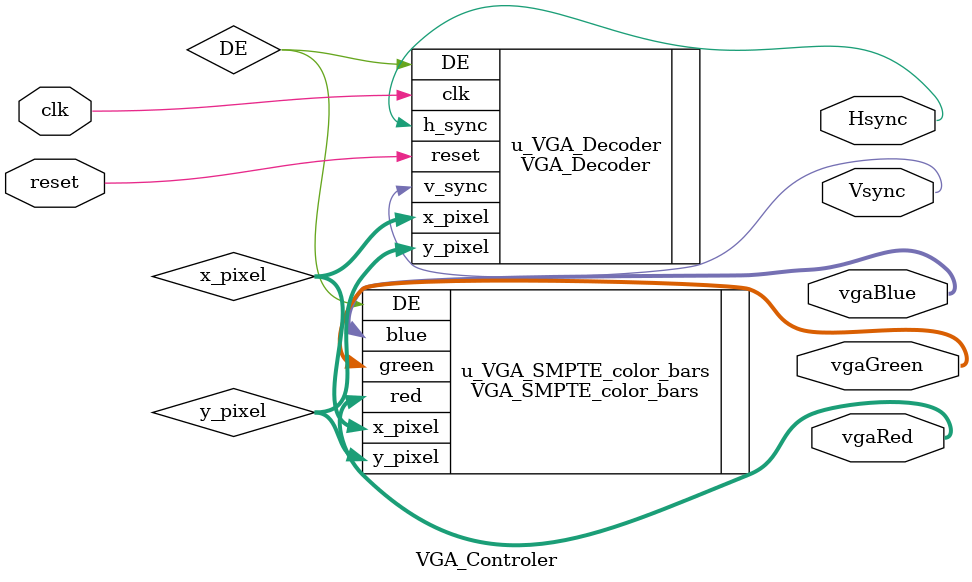
<source format=sv>
`timescale 1ns / 1ps

module VGA_Controler (
    input  bit         clk,
    input  bit         reset,
    output logic       Hsync,
    output logic       Vsync,
    output logic [3:0] vgaRed,
    output logic [3:0] vgaGreen,
    output logic [3:0] vgaBlue
);
    logic [9:0] x_pixel, y_pixel;
    VGA_Decoder u_VGA_Decoder (
        .clk    (clk),
        .reset  (reset),
        .h_sync (Hsync),
        .v_sync (Vsync),
        .DE     (DE),
        .x_pixel(x_pixel),
        .y_pixel(y_pixel)
    );

    VGA_SMPTE_color_bars u_VGA_SMPTE_color_bars(
        .x_pixel (x_pixel ),
        .y_pixel (y_pixel ),
        .DE      (DE      ),
        .red     (vgaRed     ),
        .green   (vgaGreen   ),
        .blue    (vgaBlue    )
    );
    

endmodule


</source>
